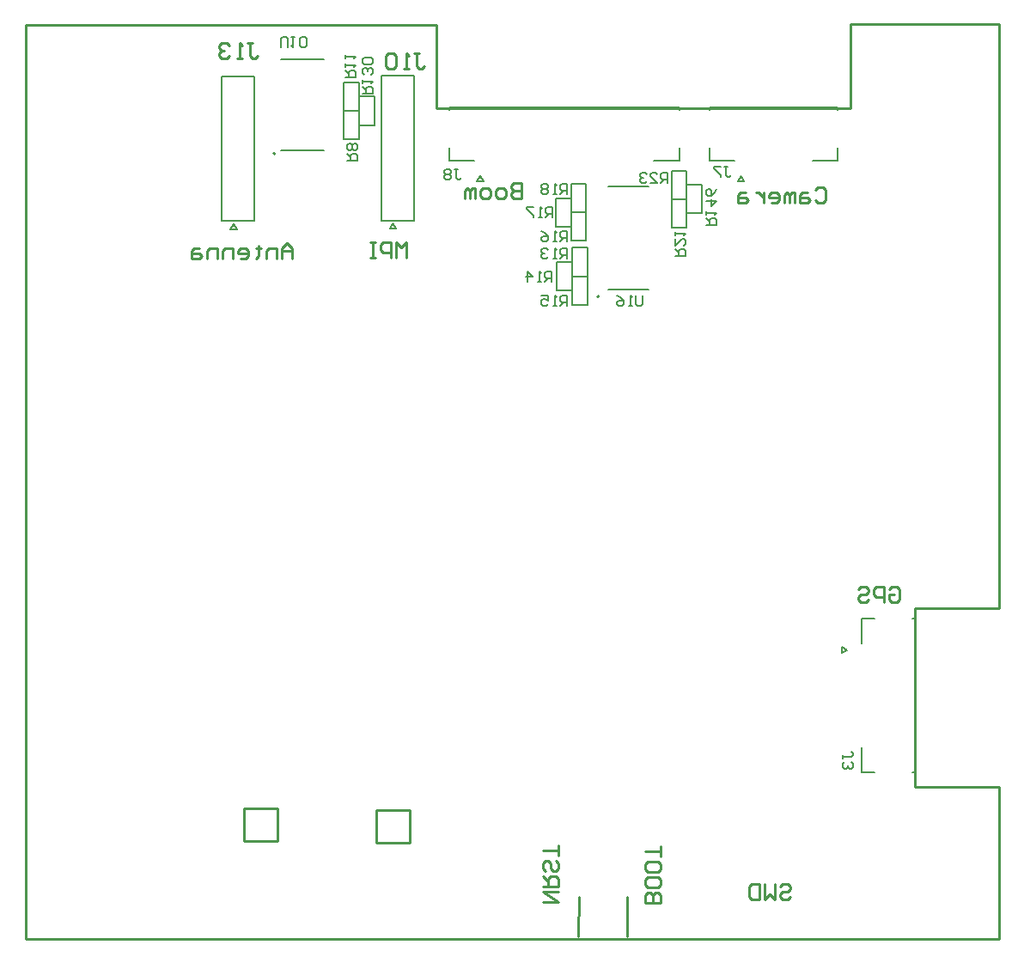
<source format=gbo>
G04*
G04 #@! TF.GenerationSoftware,Altium Limited,Altium Designer,21.8.1 (53)*
G04*
G04 Layer_Color=32896*
%FSLAX44Y44*%
%MOMM*%
G71*
G04*
G04 #@! TF.SameCoordinates,50A5A8F4-FCC5-4A63-BB33-6A8E803C0949*
G04*
G04*
G04 #@! TF.FilePolarity,Positive*
G04*
G01*
G75*
%ADD10C,0.2000*%
%ADD12C,0.1524*%
%ADD13C,0.1270*%
%ADD15C,0.2540*%
%ADD17C,0.2032*%
D10*
X246000Y774000D02*
G03*
X246000Y774000I-1000J0D01*
G01*
X565250Y632750D02*
G03*
X565250Y632750I-1000J0D01*
G01*
X313500Y844000D02*
X328500D01*
X313500Y816000D02*
Y844000D01*
Y816000D02*
X328500D01*
Y844000D01*
X313500Y816000D02*
X328500D01*
X313500Y788000D02*
Y816000D01*
Y788000D02*
X328500D01*
Y816000D01*
X328500Y830000D02*
X343500D01*
X328500Y802000D02*
Y830000D01*
Y802000D02*
X343500D01*
Y830000D01*
X651500Y743000D02*
X666500D01*
X651500Y715000D02*
Y743000D01*
Y715000D02*
X666500D01*
Y743000D01*
X636500Y757000D02*
X651500D01*
X636500Y729000D02*
Y757000D01*
Y729000D02*
X651500D01*
Y757000D01*
X636500Y729000D02*
X651500D01*
X636500Y701000D02*
Y729000D01*
Y701000D02*
X651500D01*
Y729000D01*
X523500Y639000D02*
X538500D01*
Y667000D01*
X523500D02*
X538500D01*
X523500Y639000D02*
Y667000D01*
X538500Y625000D02*
X553500D01*
Y653000D01*
X538500D02*
X553500D01*
X538500Y625000D02*
Y653000D01*
Y653000D02*
X553500D01*
Y681000D01*
X538500D02*
X553500D01*
X538500Y653000D02*
Y681000D01*
X537500Y716000D02*
X552500D01*
X537500Y688000D02*
Y716000D01*
Y688000D02*
X552500D01*
Y716000D01*
X522500Y730000D02*
X537500D01*
X522500Y702000D02*
Y730000D01*
Y702000D02*
X537500D01*
Y730000D01*
X537500Y744000D02*
X552500D01*
X537500Y716000D02*
Y744000D01*
Y716000D02*
X552500D01*
Y744000D01*
D12*
X251791Y866958D02*
X294209D01*
X251791Y777042D02*
X294209D01*
D13*
X644000Y816500D02*
Y819000D01*
X417500Y816500D02*
Y819000D01*
X444950Y746480D02*
X447950Y751480D01*
X450950Y746480D01*
X444950D02*
X450950D01*
X644000Y767000D02*
Y780000D01*
X417500Y767000D02*
Y780000D01*
Y819000D02*
X644000D01*
X417500Y767000D02*
X442300D01*
X619200D02*
X644000D01*
X574250Y640150D02*
X614250D01*
X574250Y741350D02*
X614250D01*
X824000Y164250D02*
Y189050D01*
Y290950D02*
Y315750D01*
X876000Y164250D02*
Y315750D01*
X824000D02*
X837000D01*
X824000Y164250D02*
X837000D01*
X804150Y281700D02*
Y287700D01*
Y281700D02*
X809150Y284700D01*
X804150Y287700D02*
X809150Y284700D01*
X873500Y315750D02*
X876000D01*
X873500Y164250D02*
X876000D01*
X800250Y816500D02*
Y819000D01*
X673750Y816500D02*
Y819000D01*
X702000Y746950D02*
X705000Y751950D01*
X708000Y746950D01*
X702000D02*
X708000D01*
X800250Y767000D02*
Y780000D01*
X673750Y767000D02*
Y780000D01*
Y819000D02*
X800250D01*
X673750Y767000D02*
X698550D01*
X775450D02*
X800250D01*
X202000Y699500D02*
X205000Y704500D01*
X208000Y699500D01*
X202000D02*
X208000D01*
X193500Y850000D02*
X225500D01*
Y707500D02*
Y850000D01*
X193500Y707500D02*
X225500D01*
X193500D02*
Y850000D01*
X359000Y700000D02*
X362000Y705000D01*
X365000Y700000D01*
X359000D02*
X365000D01*
X350500Y850500D02*
X382500D01*
Y708000D02*
Y850500D01*
X350500Y708000D02*
X382500D01*
X350500D02*
Y850500D01*
D15*
X592500Y2250D02*
X592727Y41420D01*
X544750Y2500D02*
X545000Y41000D01*
X509540Y36540D02*
X524775D01*
X509540Y46697D01*
X524775D01*
X509540Y51775D02*
X524775D01*
Y59393D01*
X522236Y61932D01*
X517158D01*
X514618Y59393D01*
Y51775D01*
Y56853D02*
X509540Y61932D01*
X522236Y77167D02*
X524775Y74628D01*
Y69549D01*
X522236Y67010D01*
X519697D01*
X517158Y69549D01*
Y74628D01*
X514618Y77167D01*
X512079D01*
X509540Y74628D01*
Y69549D01*
X512079Y67010D01*
X524775Y82245D02*
Y92402D01*
Y87324D01*
X509540D01*
X625629Y35023D02*
X610394D01*
Y42640D01*
X612933Y45180D01*
X615472D01*
X618012Y42640D01*
Y35023D01*
Y42640D01*
X620551Y45180D01*
X623090D01*
X625629Y42640D01*
Y35023D01*
Y57875D02*
Y52797D01*
X623090Y50258D01*
X612933D01*
X610394Y52797D01*
Y57875D01*
X612933Y60415D01*
X623090D01*
X625629Y57875D01*
Y73110D02*
Y68032D01*
X623090Y65493D01*
X612933D01*
X610394Y68032D01*
Y73110D01*
X612933Y75650D01*
X623090D01*
X625629Y73110D01*
Y80728D02*
Y90885D01*
Y85806D01*
X610394D01*
X743300Y51136D02*
X745839Y53676D01*
X750917D01*
X753457Y51136D01*
Y48597D01*
X750917Y46058D01*
X745839D01*
X743300Y43519D01*
Y40980D01*
X745839Y38441D01*
X750917D01*
X753457Y40980D01*
X738222Y53676D02*
Y38441D01*
X733143Y43519D01*
X728065Y38441D01*
Y53676D01*
X722986D02*
Y38441D01*
X715369D01*
X712830Y40980D01*
Y51136D01*
X715369Y53676D01*
X722986D01*
X851303Y344236D02*
X853842Y346775D01*
X858921D01*
X861460Y344236D01*
Y334079D01*
X858921Y331540D01*
X853842D01*
X851303Y334079D01*
Y339157D01*
X856382D01*
X846225Y331540D02*
Y346775D01*
X838607D01*
X836068Y344236D01*
Y339157D01*
X838607Y336618D01*
X846225D01*
X820833Y344236D02*
X823372Y346775D01*
X828451D01*
X830990Y344236D01*
Y341697D01*
X828451Y339157D01*
X823372D01*
X820833Y336618D01*
Y334079D01*
X823372Y331540D01*
X828451D01*
X830990Y334079D01*
X778303Y738236D02*
X780843Y740775D01*
X785921D01*
X788460Y738236D01*
Y728079D01*
X785921Y725540D01*
X780843D01*
X778303Y728079D01*
X770686Y735697D02*
X765607D01*
X763068Y733158D01*
Y725540D01*
X770686D01*
X773225Y728079D01*
X770686Y730618D01*
X763068D01*
X757990Y725540D02*
Y735697D01*
X755451D01*
X752912Y733158D01*
Y725540D01*
Y733158D01*
X750372Y735697D01*
X747833Y733158D01*
Y725540D01*
X735137D02*
X740216D01*
X742755Y728079D01*
Y733158D01*
X740216Y735697D01*
X735137D01*
X732598Y733158D01*
Y730618D01*
X742755D01*
X727520Y735697D02*
Y725540D01*
Y730618D01*
X724980Y733158D01*
X722441Y735697D01*
X719902D01*
X709745D02*
X704667D01*
X702128Y733158D01*
Y725540D01*
X709745D01*
X712285Y728079D01*
X709745Y730618D01*
X702128D01*
X488460Y744775D02*
Y729540D01*
X480843D01*
X478303Y732079D01*
Y734618D01*
X480843Y737158D01*
X488460D01*
X480843D01*
X478303Y739697D01*
Y742236D01*
X480843Y744775D01*
X488460D01*
X470686Y729540D02*
X465607D01*
X463068Y732079D01*
Y737158D01*
X465607Y739697D01*
X470686D01*
X473225Y737158D01*
Y732079D01*
X470686Y729540D01*
X455451D02*
X450372D01*
X447833Y732079D01*
Y737158D01*
X450372Y739697D01*
X455451D01*
X457990Y737158D01*
Y732079D01*
X455451Y729540D01*
X442755D02*
Y739697D01*
X440216D01*
X437676Y737158D01*
Y729540D01*
Y737158D01*
X435137Y739697D01*
X432598Y737158D01*
Y729540D01*
X262460Y670540D02*
Y680697D01*
X257382Y685775D01*
X252303Y680697D01*
Y670540D01*
Y678158D01*
X262460D01*
X247225Y670540D02*
Y680697D01*
X239607D01*
X237068Y678158D01*
Y670540D01*
X229451Y683236D02*
Y680697D01*
X231990D01*
X226912D01*
X229451D01*
Y673079D01*
X226912Y670540D01*
X211676D02*
X216755D01*
X219294Y673079D01*
Y678158D01*
X216755Y680697D01*
X211676D01*
X209137Y678158D01*
Y675618D01*
X219294D01*
X204059Y670540D02*
Y680697D01*
X196441D01*
X193902Y678158D01*
Y670540D01*
X188824D02*
Y680697D01*
X181206D01*
X178667Y678158D01*
Y670540D01*
X171050Y680697D02*
X165971D01*
X163432Y678158D01*
Y670540D01*
X171050D01*
X173589Y673079D01*
X171050Y675618D01*
X163432D01*
X375460Y671540D02*
Y686775D01*
X370382Y681697D01*
X365303Y686775D01*
Y671540D01*
X360225D02*
Y686775D01*
X352607D01*
X350068Y684236D01*
Y679157D01*
X352607Y676618D01*
X360225D01*
X344990Y686775D02*
X339911D01*
X342451D01*
Y671540D01*
X344990D01*
X339911D01*
X218887Y882617D02*
X223965D01*
X221426D01*
Y869922D01*
X223965Y867383D01*
X226505D01*
X229044Y869922D01*
X213809Y867383D02*
X208730D01*
X211270D01*
Y882617D01*
X213809Y880078D01*
X201113D02*
X198574Y882617D01*
X193495D01*
X190956Y880078D01*
Y877539D01*
X193495Y875000D01*
X196035D01*
X193495D01*
X190956Y872461D01*
Y869922D01*
X193495Y867383D01*
X198574D01*
X201113Y869922D01*
X382887Y872617D02*
X387966D01*
X385426D01*
Y859922D01*
X387966Y857383D01*
X390505D01*
X393044Y859922D01*
X377809Y857383D02*
X372730D01*
X375270D01*
Y872617D01*
X377809Y870078D01*
X365113D02*
X362574Y872617D01*
X357495D01*
X354956Y870078D01*
Y859922D01*
X357495Y857383D01*
X362574D01*
X365113Y859922D01*
Y870078D01*
X215300Y96520D02*
X248100D01*
X215300Y128820D02*
X248100D01*
X215300Y96520D02*
Y128820D01*
X248100Y96520D02*
Y128820D01*
X345550Y94340D02*
X378350D01*
X345550Y126640D02*
X378350D01*
X345550Y94340D02*
Y126640D01*
X378350Y94340D02*
Y126640D01*
X876155Y325428D02*
X958655D01*
X876155Y150000D02*
Y325428D01*
X959000D02*
X959000Y901700D01*
X876155Y150000D02*
X959000D01*
Y0D02*
Y150000D01*
X0Y901000D02*
X405000D01*
X812500Y901700D02*
X959000Y901700D01*
X405000Y818750D02*
X812500D01*
Y901250D01*
X405000Y818750D02*
Y901000D01*
X0Y0D02*
Y901000D01*
Y0D02*
X959000D01*
D17*
X632542Y744922D02*
Y755078D01*
X627464D01*
X625771Y753386D01*
Y750000D01*
X627464Y748307D01*
X632542D01*
X629157D02*
X625771Y744922D01*
X615614D02*
X622386D01*
X615614Y751693D01*
Y753386D01*
X617307Y755078D01*
X620693D01*
X622386Y753386D01*
X612229D02*
X610536Y755078D01*
X607150D01*
X605458Y753386D01*
Y751693D01*
X607150Y750000D01*
X608843D01*
X607150D01*
X605458Y748307D01*
Y746614D01*
X607150Y744922D01*
X610536D01*
X612229Y746614D01*
X639922Y673150D02*
X650078D01*
Y678229D01*
X648386Y679922D01*
X645000D01*
X643307Y678229D01*
Y673150D01*
Y676536D02*
X639922Y679922D01*
Y690078D02*
Y683307D01*
X646693Y690078D01*
X648386D01*
X650078Y688386D01*
Y685000D01*
X648386Y683307D01*
X639922Y693464D02*
Y696850D01*
Y695157D01*
X650078D01*
X648386Y693464D01*
X533696Y733922D02*
Y744078D01*
X528618D01*
X526925Y742386D01*
Y739000D01*
X528618Y737307D01*
X533696D01*
X530310D02*
X526925Y733922D01*
X523539D02*
X520154D01*
X521846D01*
Y744078D01*
X523539Y742386D01*
X515075D02*
X513382Y744078D01*
X509997D01*
X508304Y742386D01*
Y740693D01*
X509997Y739000D01*
X508304Y737307D01*
Y735614D01*
X509997Y733922D01*
X513382D01*
X515075Y735614D01*
Y737307D01*
X513382Y739000D01*
X515075Y740693D01*
Y742386D01*
X513382Y739000D02*
X509997D01*
X518696Y710922D02*
Y721078D01*
X513618D01*
X511925Y719386D01*
Y716000D01*
X513618Y714307D01*
X518696D01*
X515310D02*
X511925Y710922D01*
X508539D02*
X505154D01*
X506846D01*
Y721078D01*
X508539Y719386D01*
X500075Y721078D02*
X493304D01*
Y719386D01*
X500075Y712614D01*
Y710922D01*
X533396Y687072D02*
Y697228D01*
X528317D01*
X526625Y695536D01*
Y692150D01*
X528317Y690457D01*
X533396D01*
X530010D02*
X526625Y687072D01*
X523239D02*
X519854D01*
X521546D01*
Y697228D01*
X523239Y695536D01*
X508004Y697228D02*
X511390Y695536D01*
X514775Y692150D01*
Y688764D01*
X513082Y687072D01*
X509697D01*
X508004Y688764D01*
Y690457D01*
X509697Y692150D01*
X514775D01*
X533396Y623572D02*
Y633728D01*
X528317D01*
X526625Y632036D01*
Y628650D01*
X528317Y626957D01*
X533396D01*
X530010D02*
X526625Y623572D01*
X523239D02*
X519854D01*
X521546D01*
Y633728D01*
X523239Y632036D01*
X508004Y633728D02*
X514775D01*
Y628650D01*
X511390Y630343D01*
X509697D01*
X508004Y628650D01*
Y625264D01*
X509697Y623572D01*
X513082D01*
X514775Y625264D01*
X518156Y647702D02*
Y657858D01*
X513078D01*
X511385Y656166D01*
Y652780D01*
X513078Y651087D01*
X518156D01*
X514770D02*
X511385Y647702D01*
X507999D02*
X504614D01*
X506306D01*
Y657858D01*
X507999Y656166D01*
X494457Y647702D02*
Y657858D01*
X499535Y652780D01*
X492764D01*
X533396Y670562D02*
Y680718D01*
X528317D01*
X526625Y679026D01*
Y675640D01*
X528317Y673947D01*
X533396D01*
X530010D02*
X526625Y670562D01*
X523239D02*
X519854D01*
X521546D01*
Y680718D01*
X523239Y679026D01*
X514775D02*
X513082Y680718D01*
X509697D01*
X508004Y679026D01*
Y677333D01*
X509697Y675640D01*
X511390D01*
X509697D01*
X508004Y673947D01*
Y672254D01*
X509697Y670562D01*
X513082D01*
X514775Y672254D01*
X314922Y848997D02*
X325078D01*
Y854075D01*
X323386Y855768D01*
X320000D01*
X318307Y854075D01*
Y848997D01*
Y852383D02*
X314922Y855768D01*
Y859154D02*
Y862539D01*
Y860846D01*
X325078D01*
X323386Y859154D01*
X314922Y867618D02*
Y871003D01*
Y869310D01*
X325078D01*
X323386Y867618D01*
X316922Y766536D02*
X327078D01*
Y771614D01*
X325386Y773307D01*
X322000D01*
X320307Y771614D01*
Y766536D01*
Y769922D02*
X316922Y773307D01*
X325386Y776693D02*
X327078Y778386D01*
Y781771D01*
X325386Y783464D01*
X323693D01*
X322000Y781771D01*
X320307Y783464D01*
X318614D01*
X316922Y781771D01*
Y778386D01*
X318614Y776693D01*
X320307D01*
X322000Y778386D01*
X323693Y776693D01*
X325386D01*
X322000Y778386D02*
Y781771D01*
X608196Y634078D02*
Y625614D01*
X606503Y623922D01*
X603117D01*
X601425Y625614D01*
Y634078D01*
X598039Y623922D02*
X594654D01*
X596346D01*
Y634078D01*
X598039Y632386D01*
X582804Y634078D02*
X586190Y632386D01*
X589575Y629000D01*
Y625614D01*
X587882Y623922D01*
X584497D01*
X582804Y625614D01*
Y627307D01*
X584497Y629000D01*
X589575D01*
X804922Y177443D02*
Y180828D01*
Y179136D01*
X813386D01*
X815078Y180828D01*
Y182521D01*
X813386Y184214D01*
X806614Y174057D02*
X804922Y172364D01*
Y168979D01*
X806614Y167286D01*
X808307D01*
X810000Y168979D01*
Y170672D01*
Y168979D01*
X811693Y167286D01*
X813386D01*
X815078Y168979D01*
Y172364D01*
X813386Y174057D01*
X670922Y703226D02*
X681078D01*
Y708304D01*
X679386Y709997D01*
X676000D01*
X674307Y708304D01*
Y703226D01*
Y706611D02*
X670922Y709997D01*
Y713382D02*
Y716768D01*
Y715075D01*
X681078D01*
X679386Y713382D01*
X670922Y726925D02*
X681078D01*
X676000Y721846D01*
Y728617D01*
X681078Y738774D02*
X679386Y735389D01*
X676000Y732003D01*
X672614D01*
X670922Y733696D01*
Y737082D01*
X672614Y738774D01*
X674307D01*
X676000Y737082D01*
Y732003D01*
X251160Y878898D02*
Y887362D01*
X252853Y889054D01*
X256238D01*
X257931Y887362D01*
Y878898D01*
X261317Y889054D02*
X264702D01*
X263010D01*
Y878898D01*
X261317Y880590D01*
X269781D02*
X271474Y878898D01*
X274859D01*
X276552Y880590D01*
Y887362D01*
X274859Y889054D01*
X271474D01*
X269781Y887362D01*
Y880590D01*
X331922Y833226D02*
X342078D01*
Y838304D01*
X340386Y839997D01*
X337000D01*
X335307Y838304D01*
Y833226D01*
Y836611D02*
X331922Y839997D01*
Y843382D02*
Y846768D01*
Y845075D01*
X342078D01*
X340386Y843382D01*
Y851846D02*
X342078Y853539D01*
Y856925D01*
X340386Y858617D01*
X338693D01*
X337000Y856925D01*
Y855232D01*
Y856925D01*
X335307Y858617D01*
X333614D01*
X331922Y856925D01*
Y853539D01*
X333614Y851846D01*
X340386Y862003D02*
X342078Y863696D01*
Y867082D01*
X340386Y868774D01*
X333614D01*
X331922Y867082D01*
Y863696D01*
X333614Y862003D01*
X340386D01*
X422443Y758078D02*
X425828D01*
X424136D01*
Y749614D01*
X425828Y747922D01*
X427521D01*
X429214Y749614D01*
X419057Y756386D02*
X417364Y758078D01*
X413979D01*
X412286Y756386D01*
Y754693D01*
X413979Y753000D01*
X412286Y751307D01*
Y749614D01*
X413979Y747922D01*
X417364D01*
X419057Y749614D01*
Y751307D01*
X417364Y753000D01*
X419057Y754693D01*
Y756386D01*
X417364Y753000D02*
X413979D01*
X688693Y761078D02*
X692078D01*
X690386D01*
Y752614D01*
X692078Y750922D01*
X693771D01*
X695464Y752614D01*
X685307Y761078D02*
X678536D01*
Y759386D01*
X685307Y752614D01*
Y750922D01*
M02*

</source>
